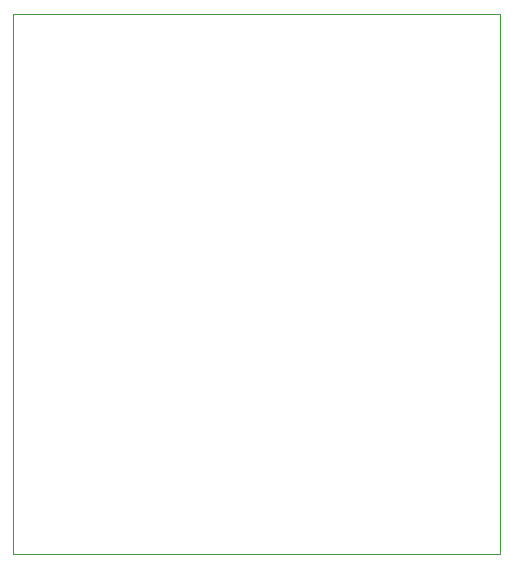
<source format=gbr>
G04 #@! TF.GenerationSoftware,KiCad,Pcbnew,(5.1.4-0-10_14)*
G04 #@! TF.CreationDate,2019-10-29T08:39:25+01:00*
G04 #@! TF.ProjectId,DDI_shield,4444495f-7368-4696-956c-642e6b696361,-*
G04 #@! TF.SameCoordinates,Original*
G04 #@! TF.FileFunction,Profile,NP*
%FSLAX46Y46*%
G04 Gerber Fmt 4.6, Leading zero omitted, Abs format (unit mm)*
G04 Created by KiCad (PCBNEW (5.1.4-0-10_14)) date 2019-10-29 08:39:25*
%MOMM*%
%LPD*%
G04 APERTURE LIST*
%ADD10C,0.100000*%
G04 APERTURE END LIST*
D10*
X168275000Y-66040000D02*
X127000000Y-66040000D01*
X168275000Y-66040000D02*
X168275000Y-111760000D01*
X127000000Y-66040000D02*
X127000000Y-111760000D01*
X127000000Y-111760000D02*
X168275000Y-111760000D01*
M02*

</source>
